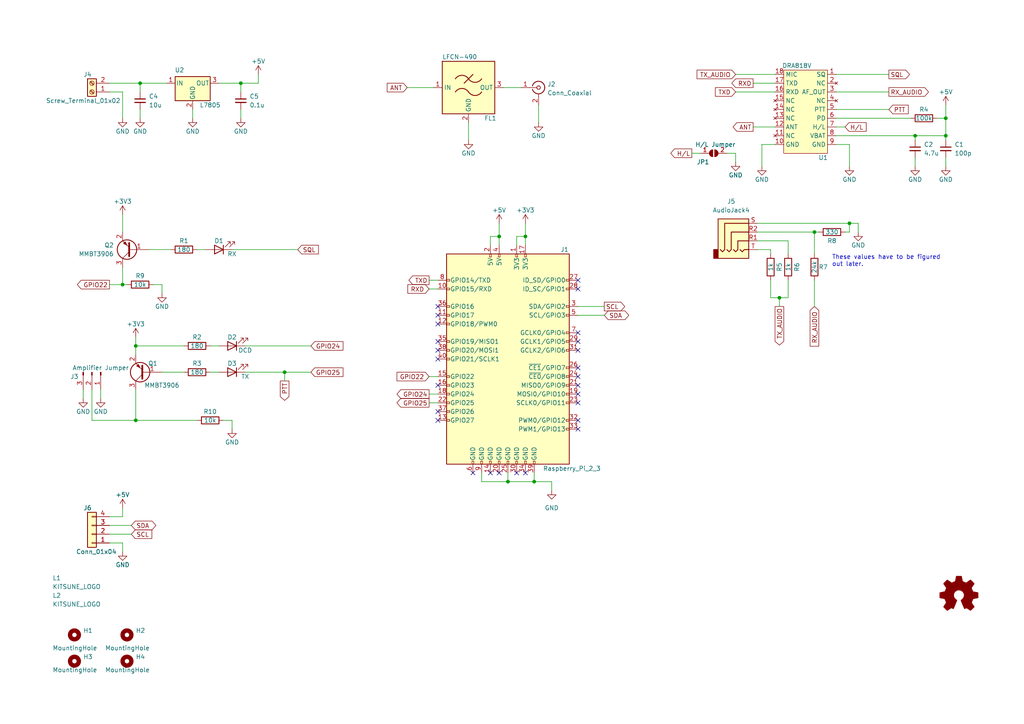
<source format=kicad_sch>
(kicad_sch (version 20211123) (generator eeschema)
  (paper "A4")
  (title_block (title "APRN-Pi") (date "${ISSUE}") (rev "${REVISION}") (company "Kitsune Scientific") (comment 4 "Release: ${FULL_REVISION}"))
  (lib_symbols
    (symbol "Connector:AudioJack4"
      (property "Reference" "J" (at 0 8.89 0))
      (property "Value" "AudioJack4" (at 0 6.35 0))
      (symbol "AudioJack4_0_1"
        (rectangle (start -6.35 -5.08) (end -7.62 -7.62) (stroke (width 0.254)) (fill (type outline)))
        (polyline (pts (xy 0 -5.08) (xy 0.635 -5.715) (xy 1.27 -5.08) (xy 2.54 -5.08)) (stroke (width 0.254)))
        (polyline (pts (xy -5.715 -5.08) (xy -5.08 -5.715) (xy -4.445 -5.08) (xy -4.445 2.54) (xy 2.54 2.54)) (stroke (width 0.254)))
        (polyline (pts (xy -1.905 -5.08) (xy -1.27 -5.715) (xy -0.635 -5.08) (xy -0.635 -2.54) (xy 2.54 -2.54)) (stroke (width 0.254)))
        (polyline (pts (xy 2.54 0) (xy -2.54 0) (xy -2.54 -5.08) (xy -3.175 -5.715) (xy -3.81 -5.08)) (stroke (width 0.254)))
        (rectangle (start 2.54 3.81) (end -6.35 -7.62) (stroke (width 0.254)) (fill (type background)))
      )
      (symbol "AudioJack4_1_1"
        (pin passive line (at 5.08 -2.54 180) (length 2.54) (name "~") (number "R1"))
        (pin passive line (at 5.08 0 180) (length 2.54) (name "~") (number "R2"))
        (pin passive line (at 5.08 2.54 180) (length 2.54) (name "~") (number "S"))
        (pin passive line (at 5.08 -5.08 180) (length 2.54) (name "~") (number "T"))
      )
    )
    (symbol "Connector:Conn_01x03_Male" (pin_names (offset 1.016) hide)
      (property "Reference" "J" (at 0 5.08 0))
      (property "Value" "Conn_01x03_Male" (at 0 -5.08 0))
      (symbol "Conn_01x03_Male_1_1"
        (polyline (pts (xy 1.27 -2.54) (xy 0.8636 -2.54)) (stroke (width 0.1524)))
        (polyline (pts (xy 1.27 0) (xy 0.8636 0)) (stroke (width 0.1524)))
        (polyline (pts (xy 1.27 2.54) (xy 0.8636 2.54)) (stroke (width 0.1524)))
        (rectangle (start 0.8636 -2.413) (end 0 -2.667) (stroke (width 0.1524)) (fill (type outline)))
        (rectangle (start 0.8636 0.127) (end 0 -0.127) (stroke (width 0.1524)) (fill (type outline)))
        (rectangle (start 0.8636 2.667) (end 0 2.413) (stroke (width 0.1524)) (fill (type outline)))
        (pin passive line (at 5.08 2.54 180) (length 3.81) (name "Pin_1") (number "1"))
        (pin passive line (at 5.08 0 180) (length 3.81) (name "Pin_2") (number "2"))
        (pin passive line (at 5.08 -2.54 180) (length 3.81) (name "Pin_3") (number "3"))
      )
    )
    (symbol "Connector:Conn_Coaxial" (pin_names (offset 1.016) hide)
      (property "Reference" "J" (at 0.254 3.048 0))
      (property "Value" "Conn_Coaxial" (at 2.921 0 90))
      (symbol "Conn_Coaxial_0_1"
        (arc (start -1.778 -0.508) (mid 0.222 -1.808) (end 1.778 0) (stroke (width 0.254)))
        (polyline (pts (xy -2.54 0) (xy -0.508 0)))
        (polyline (pts (xy 0 -2.54) (xy 0 -1.778)))
        (circle (center 0 0) (radius 0.508) (stroke (width 0.2032)))
        (arc (start 1.778 0) (mid 0.222 1.8083) (end -1.778 0.508) (stroke (width 0.254)))
      )
      (symbol "Conn_Coaxial_1_1"
        (pin passive line (at -5.08 0 0) (length 2.54) (name "In") (number "1"))
        (pin passive line (at 0 -5.08 90) (length 2.54) (name "Ext") (number "2"))
      )
    )
    (symbol "Connector:Raspberry_Pi_2_3" (pin_names (offset 1.016))
      (property "Reference" "J" (at -17.78 31.75 0))
      (property "Value" "Raspberry_Pi_2_3" (at 10.16 -31.75 0))
      (symbol "Raspberry_Pi_2_3_0_1"
        (rectangle (start -17.78 30.48) (end 17.78 -30.48) (stroke (width 0.254)) (fill (type background)))
      )
      (symbol "Raspberry_Pi_2_3_1_1"
        (rectangle (start -16.891 -17.526) (end -17.78 -18.034))
        (rectangle (start -16.891 -14.986) (end -17.78 -15.494))
        (rectangle (start -16.891 -12.446) (end -17.78 -12.954))
        (rectangle (start -16.891 -9.906) (end -17.78 -10.414))
        (rectangle (start -16.891 -7.366) (end -17.78 -7.874))
        (rectangle (start -16.891 -4.826) (end -17.78 -5.334))
        (rectangle (start -16.891 0.254) (end -17.78 -0.254))
        (rectangle (start -16.891 2.794) (end -17.78 2.286))
        (rectangle (start -16.891 5.334) (end -17.78 4.826))
        (rectangle (start -16.891 10.414) (end -17.78 9.906))
        (rectangle (start -16.891 12.954) (end -17.78 12.446))
        (rectangle (start -16.891 15.494) (end -17.78 14.986))
        (rectangle (start -16.891 20.574) (end -17.78 20.066))
        (rectangle (start -16.891 23.114) (end -17.78 22.606))
        (rectangle (start -10.414 -29.591) (end -9.906 -30.48))
        (rectangle (start -7.874 -29.591) (end -7.366 -30.48))
        (rectangle (start -5.334 -29.591) (end -4.826 -30.48))
        (rectangle (start -5.334 30.48) (end -4.826 29.591))
        (rectangle (start -2.794 -29.591) (end -2.286 -30.48))
        (rectangle (start -2.794 30.48) (end -2.286 29.591))
        (rectangle (start -0.254 -29.591) (end 0.254 -30.48))
        (rectangle (start 2.286 -29.591) (end 2.794 -30.48))
        (rectangle (start 2.286 30.48) (end 2.794 29.591))
        (rectangle (start 4.826 -29.591) (end 5.334 -30.48))
        (rectangle (start 4.826 30.48) (end 5.334 29.591))
        (rectangle (start 7.366 -29.591) (end 7.874 -30.48))
        (rectangle (start 17.78 -20.066) (end 16.891 -20.574))
        (rectangle (start 17.78 -17.526) (end 16.891 -18.034))
        (rectangle (start 17.78 -12.446) (end 16.891 -12.954))
        (rectangle (start 17.78 -9.906) (end 16.891 -10.414))
        (rectangle (start 17.78 -7.366) (end 16.891 -7.874))
        (rectangle (start 17.78 -4.826) (end 16.891 -5.334))
        (rectangle (start 17.78 -2.286) (end 16.891 -2.794))
        (rectangle (start 17.78 2.794) (end 16.891 2.286))
        (rectangle (start 17.78 5.334) (end 16.891 4.826))
        (rectangle (start 17.78 7.874) (end 16.891 7.366))
        (rectangle (start 17.78 12.954) (end 16.891 12.446))
        (rectangle (start 17.78 15.494) (end 16.891 14.986))
        (rectangle (start 17.78 20.574) (end 16.891 20.066))
        (rectangle (start 17.78 23.114) (end 16.891 22.606))
        (pin power_in line (at 2.54 33.02 270) (length 2.54) (name "3V3") (number "1"))
        (pin bidirectional line (at -20.32 20.32 0) (length 2.54) (name "GPIO15/RXD") (number "10"))
        (pin bidirectional line (at -20.32 12.7 0) (length 2.54) (name "GPIO17") (number "11"))
        (pin bidirectional line (at -20.32 10.16 0) (length 2.54) (name "GPIO18/PWM0") (number "12"))
        (pin bidirectional line (at -20.32 -17.78 0) (length 2.54) (name "GPIO27") (number "13"))
        (pin power_in line (at -5.08 -33.02 90) (length 2.54) (name "GND") (number "14"))
        (pin bidirectional line (at -20.32 -5.08 0) (length 2.54) (name "GPIO22") (number "15"))
        (pin bidirectional line (at -20.32 -7.62 0) (length 2.54) (name "GPIO23") (number "16"))
        (pin power_in line (at 5.08 33.02 270) (length 2.54) (name "3V3") (number "17"))
        (pin bidirectional line (at -20.32 -10.16 0) (length 2.54) (name "GPIO24") (number "18"))
        (pin bidirectional line (at 20.32 -10.16 180) (length 2.54) (name "MOSI0/GPIO10") (number "19"))
        (pin power_in line (at -5.08 33.02 270) (length 2.54) (name "5V") (number "2"))
        (pin power_in line (at -2.54 -33.02 90) (length 2.54) (name "GND") (number "20"))
        (pin bidirectional line (at 20.32 -7.62 180) (length 2.54) (name "MISO0/GPIO9") (number "21"))
        (pin bidirectional line (at -20.32 -12.7 0) (length 2.54) (name "GPIO25") (number "22"))
        (pin bidirectional line (at 20.32 -12.7 180) (length 2.54) (name "SCLK0/GPIO11") (number "23"))
        (pin bidirectional line (at 20.32 -5.08 180) (length 2.54) (name "~{CE0}/GPIO8") (number "24"))
        (pin power_in line (at 0 -33.02 90) (length 2.54) (name "GND") (number "25"))
        (pin bidirectional line (at 20.32 -2.54 180) (length 2.54) (name "~{CE1}/GPIO7") (number "26"))
        (pin bidirectional line (at 20.32 22.86 180) (length 2.54) (name "ID_SD/GPIO0") (number "27"))
        (pin bidirectional line (at 20.32 20.32 180) (length 2.54) (name "ID_SC/GPIO1") (number "28"))
        (pin bidirectional line (at 20.32 5.08 180) (length 2.54) (name "GCLK1/GPIO5") (number "29"))
        (pin bidirectional line (at 20.32 15.24 180) (length 2.54) (name "SDA/GPIO2") (number "3"))
        (pin power_in line (at 2.54 -33.02 90) (length 2.54) (name "GND") (number "30"))
        (pin bidirectional line (at 20.32 2.54 180) (length 2.54) (name "GCLK2/GPIO6") (number "31"))
        (pin bidirectional line (at 20.32 -17.78 180) (length 2.54) (name "PWM0/GPIO12") (number "32"))
        (pin bidirectional line (at 20.32 -20.32 180) (length 2.54) (name "PWM1/GPIO13") (number "33"))
        (pin power_in line (at 5.08 -33.02 90) (length 2.54) (name "GND") (number "34"))
        (pin bidirectional line (at -20.32 5.08 0) (length 2.54) (name "GPIO19/MISO1") (number "35"))
        (pin bidirectional line (at -20.32 15.24 0) (length 2.54) (name "GPIO16") (number "36"))
        (pin bidirectional line (at -20.32 -15.24 0) (length 2.54) (name "GPIO26") (number "37"))
        (pin bidirectional line (at -20.32 2.54 0) (length 2.54) (name "GPIO20/MOSI1") (number "38"))
        (pin power_in line (at 7.62 -33.02 90) (length 2.54) (name "GND") (number "39"))
        (pin power_in line (at -2.54 33.02 270) (length 2.54) (name "5V") (number "4"))
        (pin bidirectional line (at -20.32 0 0) (length 2.54) (name "GPIO21/SCLK1") (number "40"))
        (pin bidirectional line (at 20.32 12.7 180) (length 2.54) (name "SCL/GPIO3") (number "5"))
        (pin power_in line (at -10.16 -33.02 90) (length 2.54) (name "GND") (number "6"))
        (pin bidirectional line (at 20.32 7.62 180) (length 2.54) (name "GCLK0/GPIO4") (number "7"))
        (pin bidirectional line (at -20.32 22.86 0) (length 2.54) (name "GPIO14/TXD") (number "8"))
        (pin power_in line (at -7.62 -33.02 90) (length 2.54) (name "GND") (number "9"))
      )
    )
    (symbol "Connector:Screw_Terminal_01x02" (pin_names (offset 1.016) hide)
      (property "Reference" "J4" (at 0 -2.54 0))
      (property "Value" "Screw_Terminal_01x02" (at 0 5.08 0))
      (symbol "Screw_Terminal_01x02_1_1"
        (rectangle (start -1.27 1.27) (end 1.27 -3.81) (stroke (width 0.254)) (fill (type background)))
        (circle (center 0 -2.54) (radius 0.635) (stroke (width 0.1524)))
        (polyline (pts (xy -0.5334 -2.2098) (xy 0.3302 -3.048)) (stroke (width 0.1524)))
        (polyline (pts (xy -0.5334 0.3302) (xy 0.3302 -0.508)) (stroke (width 0.1524)))
        (polyline (pts (xy -0.3556 -2.032) (xy 0.508 -2.8702)) (stroke (width 0.1524)))
        (polyline (pts (xy -0.3556 0.508) (xy 0.508 -0.3302)) (stroke (width 0.1524)))
        (circle (center 0 0) (radius 0.635) (stroke (width 0.1524)))
        (pin power_in line (at -5.08 0 0) (length 3.81) (name "Pin_1") (number "1"))
        (pin passive line (at -5.08 -2.54 0) (length 3.81) (name "Pin_2") (number "2"))
      )
    )
    (symbol "Connector_Generic:Conn_01x04" (pin_names (offset 1.016) hide)
      (property "Reference" "J" (at 0 5.08 0))
      (property "Value" "Conn_01x04" (at 0 -7.62 0))
      (symbol "Conn_01x04_1_1"
        (rectangle (start -1.27 -4.953) (end 0 -5.207) (stroke (width 0.1524)))
        (rectangle (start -1.27 -2.413) (end 0 -2.667) (stroke (width 0.1524)))
        (rectangle (start -1.27 0.127) (end 0 -0.127) (stroke (width 0.1524)))
        (rectangle (start -1.27 2.667) (end 0 2.413) (stroke (width 0.1524)))
        (rectangle (start -1.27 3.81) (end 1.27 -6.35) (stroke (width 0.254)) (fill (type background)))
        (pin passive line (at -5.08 2.54 0) (length 3.81) (name "Pin_1") (number "1"))
        (pin passive line (at -5.08 0 0) (length 3.81) (name "Pin_2") (number "2"))
        (pin passive line (at -5.08 -2.54 0) (length 3.81) (name "Pin_3") (number "3"))
        (pin passive line (at -5.08 -5.08 0) (length 3.81) (name "Pin_4") (number "4"))
      )
    )
    (symbol "Device:C_Small" (pin_numbers hide) (pin_names (offset 0.254) hide)
      (property "Reference" "C" (at 0.254 1.778 0))
      (property "Value" "C_Small" (at 0.254 -2.032 0))
      (symbol "C_Small_0_1"
        (polyline (pts (xy -1.524 -0.508) (xy 1.524 -0.508)) (stroke (width 0.3302)))
        (polyline (pts (xy -1.524 0.508) (xy 1.524 0.508)) (stroke (width 0.3048)))
      )
      (symbol "C_Small_1_1"
        (pin passive line (at 0 2.54 270) (length 2.032) (name "~") (number "1"))
        (pin passive line (at 0 -2.54 90) (length 2.032) (name "~") (number "2"))
      )
    )
    (symbol "Device:LED" (pin_numbers hide) (pin_names (offset 1.016) hide)
      (property "Reference" "D" (at 0 2.54 0))
      (property "Value" "LED" (at 0 -2.54 0))
      (symbol "LED_0_1"
        (polyline (pts (xy -1.27 -1.27) (xy -1.27 1.27)) (stroke (width 0.254)))
        (polyline (pts (xy -1.27 0) (xy 1.27 0)))
        (polyline (pts (xy 1.27 -1.27) (xy 1.27 1.27) (xy -1.27 0) (xy 1.27 -1.27)) (stroke (width 0.254)))
        (polyline (pts (xy -3.048 -0.762) (xy -4.572 -2.286) (xy -3.81 -2.286) (xy -4.572 -2.286) (xy -4.572 -1.524)))
        (polyline (pts (xy -1.778 -0.762) (xy -3.302 -2.286) (xy -2.54 -2.286) (xy -3.302 -2.286) (xy -3.302 -1.524)))
      )
      (symbol "LED_1_1"
        (pin passive line (at -3.81 0 0) (length 2.54) (name "K") (number "1"))
        (pin passive line (at 3.81 0 180) (length 2.54) (name "A") (number "2"))
      )
    )
    (symbol "Device:R" (pin_numbers hide) (pin_names (offset 0))
      (property "Reference" "R" (at 2.032 0 90))
      (property "Value" "R" (at 0 0 90))
      (symbol "R_0_1"
        (rectangle (start -1.016 -2.54) (end 1.016 2.54) (stroke (width 0.254)))
      )
      (symbol "R_1_1"
        (pin passive line (at 0 3.81 270) (length 1.27) (name "~") (number "1"))
        (pin passive line (at 0 -3.81 90) (length 1.27) (name "~") (number "2"))
      )
    )
    (symbol "Graphic:Logo_Open_Hardware_Small" (pin_names (offset 1.016))
      (symbol "Logo_Open_Hardware_Small_0_1"
        (polyline (pts (xy 3.3528 -4.3434) (xy 3.302 -4.318) (xy 3.175 -4.2418) (xy 2.9972 -4.1148) (xy 2.7686 -3.9624) (xy 2.54 -3.81) (xy 2.3622 -3.7084) (xy 2.2352 -3.6068) (xy 2.1844 -3.5814) (xy 2.159 -3.6068) (xy 2.0574 -3.6576) (xy 1.905 -3.7338) (xy 1.8034 -3.7846) (xy 1.6764 -3.8354) (xy 1.6002 -3.8354) (xy 1.6002 -3.8354) (xy 1.5494 -3.7338) (xy 1.4732 -3.5306) (xy 1.3462 -3.302) (xy 1.2446 -3.0226) (xy 1.1176 -2.7178) (xy 0.9652 -2.413) (xy 0.8636 -2.1082) (xy 0.7366 -1.8288) (xy 0.6604 -1.6256) (xy 0.6096 -1.4732) (xy 0.5842 -1.397) (xy 0.5842 -1.397) (xy 0.6604 -1.3208) (xy 0.7874 -1.2446) (xy 1.0414 -1.016) (xy 1.2954 -0.6858) (xy 1.4478 -0.3302) (xy 1.524 0.0762) (xy 1.4732 0.4572) (xy 1.3208 0.8128) (xy 1.0668 1.143) (xy 0.762 1.3716) (xy 0.4064 1.524) (xy 0 1.5748) (xy -0.381 1.5494) (xy -0.7366 1.397) (xy -1.0668 1.143) (xy -1.2192 0.9906) (xy -1.397 0.6604) (xy -1.524 0.3048) (xy -1.524 0.2286) (xy -1.4986 -0.1778) (xy -1.397 -0.5334) (xy -1.1938 -0.8636) (xy -0.9144 -1.143) (xy -0.8636 -1.1684) (xy -0.7366 -1.27) (xy -0.635 -1.3462) (xy -0.5842 -1.397) (xy -1.0668 -2.5908) (xy -1.143 -2.794) (xy -1.2954 -3.1242) (xy -1.397 -3.4036) (xy -1.4986 -3.6322) (xy -1.5748 -3.7846) (xy -1.6002 -3.8354) (xy -1.6002 -3.8354) (xy -1.651 -3.8354) (xy -1.7272 -3.81) (xy -1.905 -3.7338) (xy -2.0066 -3.683) (xy -2.1336 -3.6068) (xy -2.2098 -3.5814) (xy -2.2606 -3.6068) (xy -2.3622 -3.683) (xy -2.54 -3.81) (xy -2.7686 -3.9624) (xy -2.9718 -4.0894) (xy -3.1496 -4.2164) (xy -3.302 -4.318) (xy -3.3528 -4.3434) (xy -3.3782 -4.3434) (xy -3.429 -4.318) (xy -3.5306 -4.2164) (xy -3.7084 -4.064) (xy -3.937 -3.8354) (xy -3.9624 -3.81) (xy -4.1656 -3.6068) (xy -4.318 -3.4544) (xy -4.4196 -3.3274) (xy -4.445 -3.2766) (xy -4.445 -3.2766) (xy -4.4196 -3.2258) (xy -4.318 -3.0734) (xy -4.2164 -2.8956) (xy -4.064 -2.667) (xy -3.6576 -2.0828) (xy -3.8862 -1.5494) (xy -3.937 -1.3716) (xy -4.0386 -1.1684) (xy -4.0894 -1.0414) (xy -4.1148 -0.9652) (xy -4.191 -0.9398) (xy -4.318 -0.9144) (xy -4.5466 -0.8636) (xy -4.8006 -0.8128) (xy -5.0546 -0.7874) (xy -5.2578 -0.7366) (xy -5.4356 -0.7112) (xy -5.5118 -0.6858) (xy -5.5118 -0.6858) (xy -5.5372 -0.635) (xy -5.5372 -0.5588) (xy -5.5372 -0.4318) (xy -5.5626 -0.2286) (xy -5.5626 0.0762) (xy -5.5626 0.127) (xy -5.5372 0.4064) (xy -5.5372 0.635) (xy -5.5372 0.762) (xy -5.5372 0.8382) (xy -5.5372 0.8382) (xy -5.461 0.8382) (xy -5.3086 0.889) (xy -5.08 0.9144) (xy -4.826 0.9652) (xy -4.8006 0.9906) (xy -4.5466 1.0414) (xy -4.318 1.0668) (xy -4.1656 1.1176) (xy -4.0894 1.143) (xy -4.0894 1.143) (xy -4.0386 1.2446) (xy -3.9624 1.4224) (xy -3.8608 1.6256) (xy -3.7846 1.8288) (xy -3.7084 2.0066) (xy -3.6576 2.159) (xy -3.6322 2.2098) (xy -3.6322 2.2098) (xy -3.683 2.286) (xy -3.7592 2.413) (xy -3.8862 2.5908) (xy -4.064 2.8194) (xy -4.064 2.8448) (xy -4.2164 3.0734) (xy -4.3434 3.2512) (xy -4.4196 3.3782) (xy -4.445 3.4544) (xy -4.445 3.4544) (xy -4.3942 3.5052) (xy -4.2926 3.6322) (xy -4.1148 3.81) (xy -3.937 4.0132) (xy -3.8608 4.064) (xy -3.6576 4.2926) (xy -3.5052 4.4196) (xy -3.4036 4.4958) (xy -3.3528 4.5212) (xy -3.3528 4.5212) (xy -3.302 4.4704) (xy -3.1496 4.3688) (xy -2.9718 4.2418) (xy -2.7432 4.0894) (xy -2.7178 4.0894) (xy -2.4892 3.937) (xy -2.3114 3.81) (xy -2.1844 3.7084) (xy -2.1336 3.683) (xy -2.1082 3.683) (xy -2.032 3.7084) (xy -1.8542 3.7592) (xy -1.6764 3.8354) (xy -1.4732 3.937) (xy -1.27 4.0132) (xy -1.143 4.064) (xy -1.0668 4.1148) (xy -1.0668 4.1148) (xy -1.0414 4.191) (xy -1.016 4.3434) (xy -0.9652 4.572) (xy -0.9144 4.8514) (xy -0.889 4.9022) (xy -0.8382 5.1562) (xy -0.8128 5.3848) (xy -0.7874 5.5372) (xy -0.762 5.588) (xy -0.7112 5.6134) (xy -0.5842 5.6134) (xy -0.4064 5.6134) (xy -0.1524 5.6134) (xy 0.0762 5.6134) (xy 0.3302 5.6134) (xy 0.5334 5.6134) (xy 0.6858 5.588) (xy 0.7366 5.588) (xy 0.7366 5.588) (xy 0.762 5.5118) (xy 0.8128 5.334) (xy 0.8382 5.1054) (xy 0.9144 4.826) (xy 0.9144 4.7752) (xy 0.9652 4.5212) (xy 1.016 4.2926) (xy 1.0414 4.1402) (xy 1.0668 4.0894) (xy 1.0668 4.0894) (xy 1.1938 4.0386) (xy 1.3716 3.9624) (xy 1.5748 3.8608) (xy 2.0828 3.6576) (xy 2.7178 4.0894) (xy 2.7686 4.1402) (xy 2.9972 4.2926) (xy 3.175 4.4196) (xy 3.302 4.4958) (xy 3.3782 4.5212) (xy 3.3782 4.5212) (xy 3.429 4.4704) (xy 3.556 4.3434) (xy 3.7338 4.191) (xy 3.9116 3.9878) (xy 4.064 3.8354) (xy 4.2418 3.6576) (xy 4.3434 3.556) (xy 4.4196 3.4798) (xy 4.4196 3.429) (xy 4.4196 3.4036) (xy 4.3942 3.3274) (xy 4.2926 3.2004) (xy 4.1656 2.9972) (xy 4.0132 2.794) (xy 3.8862 2.5908) (xy 3.7592 2.3876) (xy 3.6576 2.2352) (xy 3.6322 2.159) (xy 3.6322 2.1336) (xy 3.683 2.0066) (xy 3.7592 1.8288) (xy 3.8608 1.6002) (xy 4.064 1.1176) (xy 4.3942 1.0414) (xy 4.5974 1.016) (xy 4.8768 0.9652) (xy 5.1308 0.9144) (xy 5.5372 0.8382) (xy 5.5626 -0.6604) (xy 5.4864 -0.6858) (xy 5.4356 -0.6858) (xy 5.2832 -0.7366) (xy 5.0546 -0.762) (xy 4.8006 -0.8128) (xy 4.5974 -0.8636) (xy 4.3688 -0.9144) (xy 4.2164 -0.9398) (xy 4.1402 -0.9398) (xy 4.1148 -0.9652) (xy 4.064 -1.0668) (xy 3.9878 -1.2446) (xy 3.9116 -1.4478) (xy 3.81 -1.651) (xy 3.7338 -1.8542) (xy 3.683 -2.0066) (xy 3.6576 -2.0828) (xy 3.683 -2.1336) (xy 3.7846 -2.2606) (xy 3.8862 -2.4638) (xy 4.0386 -2.667) (xy 4.191 -2.8956) (xy 4.318 -3.0734) (xy 4.3942 -3.2004) (xy 4.445 -3.2766) (xy 4.4196 -3.3274) (xy 4.3434 -3.429) (xy 4.1656 -3.5814) (xy 3.937 -3.8354) (xy 3.8862 -3.8608) (xy 3.683 -4.064) (xy 3.5306 -4.2164) (xy 3.4036 -4.318) (xy 3.3528 -4.3434)) (fill (type outline)))
      )
    )
    (symbol "Jumper:SolderJumper_2_Open" (pin_names (offset 0) hide)
      (property "Reference" "JP" (at 0 2.032 0))
      (property "Value" "SolderJumper_2_Open" (at 0 -2.54 0))
      (symbol "SolderJumper_2_Open_0_1"
        (arc (start -0.254 1.016) (mid -1.27 0) (end -0.254 -1.016))
        (arc (start -0.254 1.016) (mid -1.27 0) (end -0.254 -1.016) (fill (type outline)))
        (polyline (pts (xy -0.254 1.016) (xy -0.254 -1.016)))
        (polyline (pts (xy 0.254 1.016) (xy 0.254 -1.016)))
        (arc (start 0.254 -1.016) (mid 1.27 0) (end 0.254 1.016))
        (arc (start 0.254 -1.016) (mid 1.27 0) (end 0.254 1.016) (fill (type outline)))
      )
      (symbol "SolderJumper_2_Open_1_1"
        (pin passive line (at -3.81 0 0) (length 2.54) (name "A") (number "1"))
        (pin passive line (at 3.81 0 180) (length 2.54) (name "B") (number "2"))
      )
    )
    (symbol "KenwoodFox:DRA818V"
      (property "Reference" "U" (at -5.08 8.89 0))
      (property "Value" "DRA818V" (at 2.54 -17.78 0))
      (symbol "DRA818V_0_1"
        (rectangle (start -6.35 7.62) (end 6.35 -16.51) (fill (type background)))
      )
      (symbol "DRA818V_1_1"
        (pin output line (at 8.89 6.35 180) (length 2.54) (name "SQ") (number "1"))
        (pin power_in line (at -8.89 -13.97 0) (length 2.54) (name "GND") (number "10"))
        (pin no_connect line (at -8.89 -11.43 0) (length 2.54) (name "NC") (number "11"))
        (pin output line (at -8.89 -8.89 0) (length 2.54) (name "ANT") (number "12"))
        (pin no_connect line (at -8.89 -6.35 0) (length 2.54) (name "NC") (number "13"))
        (pin no_connect line (at -8.89 -3.81 0) (length 2.54) (name "NC") (number "14"))
        (pin no_connect line (at -8.89 -1.27 0) (length 2.54) (name "NC") (number "15"))
        (pin input line (at -8.89 1.27 0) (length 2.54) (name "RXD") (number "16"))
        (pin output line (at -8.89 3.81 0) (length 2.54) (name "TXD") (number "17"))
        (pin input line (at -8.89 6.35 0) (length 2.54) (name "MIC") (number "18"))
        (pin no_connect line (at 8.89 3.81 180) (length 2.54) (name "NC") (number "2"))
        (pin output line (at 8.89 1.27 180) (length 2.54) (name "AF_OUT") (number "3"))
        (pin no_connect line (at 8.89 -1.27 180) (length 2.54) (name "NC") (number "4"))
        (pin input line (at 8.89 -3.81 180) (length 2.54) (name "PTT") (number "5"))
        (pin input line (at 8.89 -6.35 180) (length 2.54) (name "PD") (number "6"))
        (pin input line (at 8.89 -8.89 180) (length 2.54) (name "H/L") (number "7"))
        (pin power_in line (at 8.89 -11.43 180) (length 2.54) (name "VBAT") (number "8"))
        (pin power_in line (at 8.89 -13.97 180) (length 2.54) (name "GND") (number "9"))
      )
    )
    (symbol "KenwoodFox:KITSUNE_LOGO"
      (property "Reference" "L" (at 0 -1.27 0))
      (property "Value" "KITSUNE_LOGO" (at 0 1.905 0))
    )
    (symbol "Mechanical:MountingHole" (pin_names (offset 1.016))
      (property "Reference" "H" (at 0 5.08 0))
      (property "Value" "MountingHole" (at 0 3.175 0))
      (symbol "MountingHole_0_1"
        (circle (center 0 0) (radius 1.27) (stroke (width 1.27)))
      )
    )
    (symbol "RF_Filter:LFCN-490"
      (property "Reference" "FL" (at 0 10.795 0))
      (property "Value" "LFCN-490" (at 0 8.89 0))
      (symbol "LFCN-490_0_1"
        (rectangle (start -7.62 7.62) (end 7.62 -7.62) (stroke (width 0.254)) (fill (type background)))
        (arc (start 0 -1.27) (mid -1.905 -0.2505) (end -3.81 -1.27) (stroke (width 0.254)))
        (arc (start 0 -1.27) (mid 1.905 -2.2895) (end 3.81 -1.27) (stroke (width 0.254)))
        (polyline (pts (xy -1.27 1.27) (xy 1.27 3.81)) (stroke (width 0.254)))
        (arc (start 0 2.54) (mid -1.905 3.5595) (end -3.81 2.54) (stroke (width 0.254)))
        (arc (start 0 2.54) (mid 1.905 1.5205) (end 3.81 2.54) (stroke (width 0.254)))
      )
      (symbol "LFCN-490_1_1"
        (pin passive line (at -10.16 0 0) (length 2.54) (name "IN") (number "1"))
        (pin passive line (at 0 -10.16 90) (length 2.54) (name "GND") (number "2"))
        (pin passive line (at 10.16 0 180) (length 2.54) (name "OUT") (number "3"))
        (pin passive line (at 0 -10.16 90) (length 2.54) hide (name "GND") (number "4"))
      )
    )
    (symbol "Regulator_Linear:L7805" (pin_names (offset 0.254))
      (property "Reference" "U" (at -3.81 3.175 0))
      (property "Value" "L7805" (at 0 3.175 0))
      (symbol "L7805_0_1"
        (rectangle (start -5.08 1.905) (end 5.08 -5.08) (stroke (width 0.254)) (fill (type background)))
      )
      (symbol "L7805_1_1"
        (pin power_in line (at -7.62 0 0) (length 2.54) (name "IN") (number "1"))
        (pin power_in line (at 0 -7.62 90) (length 2.54) (name "GND") (number "2"))
        (pin power_out line (at 7.62 0 180) (length 2.54) (name "OUT") (number "3"))
      )
    )
    (symbol "Transistor_BJT:MMBT3906" (pin_names (offset 0) hide)
      (property "Reference" "Q" (at 5.08 1.905 0))
      (property "Value" "MMBT3906" (at 5.08 0 0))
      (symbol "MMBT3906_0_1"
        (polyline (pts (xy 0.635 0.635) (xy 2.54 2.54)))
        (polyline (pts (xy 0.635 -0.635) (xy 2.54 -2.54) (xy 2.54 -2.54)))
        (polyline (pts (xy 0.635 1.905) (xy 0.635 -1.905) (xy 0.635 -1.905)) (stroke (width 0.508)))
        (polyline (pts (xy 2.286 -1.778) (xy 1.778 -2.286) (xy 1.27 -1.27) (xy 2.286 -1.778) (xy 2.286 -1.778)) (fill (type outline)))
        (circle (center 1.27 0) (radius 2.8194) (stroke (width 0.254)))
      )
      (symbol "MMBT3906_1_1"
        (pin input line (at -5.08 0 0) (length 5.715) (name "B") (number "1"))
        (pin passive line (at 2.54 -5.08 90) (length 2.54) (name "E") (number "2"))
        (pin passive line (at 2.54 5.08 270) (length 2.54) (name "C") (number "3"))
      )
    )
    (symbol "power:+3.3V" (power) (pin_names (offset 0))
      (property "Value" "+3.3V" (at 0 3.556 0))
      (symbol "+3.3V_0_1"
        (polyline (pts (xy -0.762 1.27) (xy 0 2.54)))
        (polyline (pts (xy 0 0) (xy 0 2.54)))
        (polyline (pts (xy 0 2.54) (xy 0.762 1.27)))
      )
      (symbol "+3.3V_1_1"
        (pin power_in line (at 0 0 90) (length 0) hide (name "+3V3") (number "1"))
      )
    )
    (symbol "power:+5V" (power) (pin_names (offset 0))
      (property "Value" "+5V" (at 0 3.556 0))
      (symbol "+5V_0_1"
        (polyline (pts (xy -0.762 1.27) (xy 0 2.54)))
        (polyline (pts (xy 0 0) (xy 0 2.54)))
        (polyline (pts (xy 0 2.54) (xy 0.762 1.27)))
      )
      (symbol "+5V_1_1"
        (pin power_in line (at 0 0 90) (length 0) hide (name "+5V") (number "1"))
      )
    )
    (symbol "power:GND" (power) (pin_names (offset 0))
      (property "Value" "GND" (at 0 -3.81 0))
      (symbol "GND_0_1"
        (polyline (pts (xy 0 0) (xy 0 -1.27) (xy 1.27 -1.27) (xy 0 -2.54) (xy -1.27 -1.27) (xy 0 -1.27)))
      )
      (symbol "GND_1_1"
        (pin power_in line (at 0 0 270) (length 0) hide (name "GND") (number "1"))
      )
    )
  )
  (junction (at 154.94 139.7))
  (junction (at 144.78 68.58))
  (junction (at 69.85 24.13))
  (junction (at 39.37 100.33))
  (junction (at 274.32 34.29))
  (junction (at 274.32 39.37))
  (junction (at 35.56 82.55))
  (junction (at 82.55 107.95))
  (junction (at 226.06 86.36))
  (junction (at 152.4 68.58))
  (junction (at 246.38 64.77))
  (junction (at 265.43 39.37))
  (junction (at 147.32 139.7))
  (junction (at 40.64 24.13))
  (junction (at 39.37 121.92))
  (junction (at 236.22 67.31))
  (no_connect (at 127 111.76))
  (no_connect (at 127 101.6))
  (no_connect (at 137.16 137.16))
  (no_connect (at 149.86 137.16))
  (no_connect (at 152.4 137.16))
  (no_connect (at 142.24 137.16))
  (no_connect (at 144.78 137.16))
  (no_connect (at 127 91.44))
  (no_connect (at 127 88.9))
  (no_connect (at 127 104.14))
  (no_connect (at 127 119.38))
  (no_connect (at 167.64 121.92))
  (no_connect (at 167.64 116.84))
  (no_connect (at 167.64 114.3))
  (no_connect (at 167.64 111.76))
  (no_connect (at 167.64 81.28))
  (no_connect (at 167.64 83.82))
  (no_connect (at 167.64 124.46))
  (no_connect (at 167.64 109.22))
  (no_connect (at 167.64 106.68))
  (no_connect (at 167.64 101.6))
  (no_connect (at 167.64 99.06))
  (no_connect (at 167.64 96.52))
  (no_connect (at 127 121.92))
  (no_connect (at 127 99.06))
  (no_connect (at 127 93.98))
  (wire (pts (xy 274.32 39.37) (xy 265.43 39.37)))
  (wire (pts (xy 246.38 64.77) (xy 248.92 64.77)))
  (wire (pts (xy 40.64 24.13) (xy 48.26 24.13)))
  (wire (pts (xy 35.56 26.67) (xy 35.56 34.29)))
  (wire (pts (xy 43.18 72.39) (xy 49.53 72.39)))
  (wire (pts (xy 124.46 83.82) (xy 127 83.82)))
  (wire (pts (xy 242.57 36.83) (xy 245.11 36.83)))
  (wire (pts (xy 39.37 113.03) (xy 39.37 121.92)))
  (wire (pts (xy 213.36 21.59) (xy 224.79 21.59)))
  (wire (pts (xy 242.57 31.75) (xy 257.81 31.75)))
  (wire (pts (xy 29.21 113.03) (xy 29.21 115.57)))
  (wire (pts (xy 24.13 113.03) (xy 24.13 115.57)))
  (wire (pts (xy 74.93 24.13) (xy 74.93 21.59)))
  (wire (pts (xy 274.32 45.72) (xy 274.32 48.26)))
  (wire (pts (xy 35.56 77.47) (xy 35.56 82.55)))
  (wire (pts (xy 82.55 107.95) (xy 90.17 107.95)))
  (wire (pts (xy 31.75 152.4) (xy 38.1 152.4)))
  (wire (pts (xy 31.75 149.86) (xy 35.56 149.86)))
  (wire (pts (xy 39.37 97.79) (xy 39.37 100.33)))
  (wire (pts (xy 220.98 41.91) (xy 220.98 48.26)))
  (wire (pts (xy 142.24 68.58) (xy 142.24 71.12)))
  (wire (pts (xy 213.36 44.45) (xy 213.36 46.99)))
  (wire (pts (xy 154.94 139.7) (xy 160.02 139.7)))
  (wire (pts (xy 124.46 116.84) (xy 127 116.84)))
  (wire (pts (xy 210.82 44.45) (xy 213.36 44.45)))
  (wire (pts (xy 242.57 39.37) (xy 265.43 39.37)))
  (wire (pts (xy 144.78 68.58) (xy 144.78 71.12)))
  (wire (pts (xy 67.31 72.39) (xy 86.36 72.39)))
  (wire (pts (xy 246.38 67.31) (xy 245.11 67.31)))
  (wire (pts (xy 144.78 68.58) (xy 142.24 68.58)))
  (wire (pts (xy 242.57 26.67) (xy 257.81 26.67)))
  (wire (pts (xy 274.32 34.29) (xy 274.32 39.37)))
  (wire (pts (xy 46.99 82.55) (xy 46.99 85.09)))
  (wire (pts (xy 44.45 82.55) (xy 46.99 82.55)))
  (wire (pts (xy 271.78 34.29) (xy 274.32 34.29)))
  (wire (pts (xy 223.52 72.39) (xy 223.52 73.66)))
  (wire (pts (xy 152.4 68.58) (xy 152.4 71.12)))
  (wire (pts (xy 35.56 157.48) (xy 35.56 160.02)))
  (wire (pts (xy 236.22 73.66) (xy 236.22 67.31)))
  (wire (pts (xy 124.46 109.22) (xy 127 109.22)))
  (wire (pts (xy 218.44 24.13) (xy 224.79 24.13)))
  (wire (pts (xy 60.96 107.95) (xy 63.5 107.95)))
  (wire (pts (xy 274.32 30.48) (xy 274.32 34.29)))
  (wire (pts (xy 40.64 31.75) (xy 40.64 34.29)))
  (wire (pts (xy 147.32 137.16) (xy 147.32 139.7)))
  (wire (pts (xy 152.4 64.77) (xy 152.4 68.58)))
  (wire (pts (xy 213.36 26.67) (xy 224.79 26.67)))
  (wire (pts (xy 135.89 35.56) (xy 135.89 40.64)))
  (wire (pts (xy 149.86 68.58) (xy 152.4 68.58)))
  (wire (pts (xy 274.32 39.37) (xy 274.32 40.64)))
  (wire (pts (xy 39.37 100.33) (xy 39.37 102.87)))
  (wire (pts (xy 31.75 26.67) (xy 35.56 26.67)))
  (wire (pts (xy 156.21 30.48) (xy 156.21 35.56)))
  (wire (pts (xy 223.52 86.36) (xy 226.06 86.36)))
  (wire (pts (xy 35.56 82.55) (xy 31.75 82.55)))
  (wire (pts (xy 236.22 67.31) (xy 237.49 67.31)))
  (wire (pts (xy 149.86 71.12) (xy 149.86 68.58)))
  (wire (pts (xy 124.46 114.3) (xy 127 114.3)))
  (wire (pts (xy 154.94 137.16) (xy 154.94 139.7)))
  (wire (pts (xy 46.99 107.95) (xy 53.34 107.95)))
  (wire (pts (xy 147.32 139.7) (xy 154.94 139.7)))
  (wire (pts (xy 248.92 64.77) (xy 248.92 67.31)))
  (wire (pts (xy 219.71 64.77) (xy 246.38 64.77)))
  (wire (pts (xy 67.31 121.92) (xy 67.31 124.46)))
  (wire (pts (xy 167.64 88.9) (xy 175.26 88.9)))
  (wire (pts (xy 242.57 34.29) (xy 264.16 34.29)))
  (wire (pts (xy 236.22 81.28) (xy 236.22 88.9)))
  (wire (pts (xy 144.78 64.77) (xy 144.78 68.58)))
  (wire (pts (xy 69.85 31.75) (xy 69.85 34.29)))
  (wire (pts (xy 160.02 139.7) (xy 160.02 142.24)))
  (wire (pts (xy 228.6 86.36) (xy 226.06 86.36)))
  (wire (pts (xy 35.56 82.55) (xy 36.83 82.55)))
  (wire (pts (xy 39.37 100.33) (xy 53.34 100.33)))
  (wire (pts (xy 228.6 81.28) (xy 228.6 86.36)))
  (wire (pts (xy 69.85 24.13) (xy 74.93 24.13)))
  (wire (pts (xy 39.37 121.92) (xy 26.67 121.92)))
  (wire (pts (xy 71.12 100.33) (xy 90.17 100.33)))
  (wire (pts (xy 64.77 121.92) (xy 67.31 121.92)))
  (wire (pts (xy 139.7 139.7) (xy 147.32 139.7)))
  (wire (pts (xy 31.75 154.94) (xy 38.1 154.94)))
  (wire (pts (xy 26.67 121.92) (xy 26.67 113.03)))
  (wire (pts (xy 167.64 91.44) (xy 175.26 91.44)))
  (wire (pts (xy 236.22 67.31) (xy 219.71 67.31)))
  (wire (pts (xy 224.79 41.91) (xy 220.98 41.91)))
  (wire (pts (xy 31.75 157.48) (xy 35.56 157.48)))
  (wire (pts (xy 118.11 25.4) (xy 125.73 25.4)))
  (wire (pts (xy 71.12 107.95) (xy 82.55 107.95)))
  (wire (pts (xy 146.05 25.4) (xy 151.13 25.4)))
  (wire (pts (xy 228.6 69.85) (xy 228.6 73.66)))
  (wire (pts (xy 63.5 24.13) (xy 69.85 24.13)))
  (wire (pts (xy 219.71 69.85) (xy 228.6 69.85)))
  (wire (pts (xy 57.15 72.39) (xy 59.69 72.39)))
  (wire (pts (xy 35.56 149.86) (xy 35.56 147.32)))
  (wire (pts (xy 60.96 100.33) (xy 63.5 100.33)))
  (wire (pts (xy 69.85 24.13) (xy 69.85 26.67)))
  (wire (pts (xy 39.37 121.92) (xy 57.15 121.92)))
  (wire (pts (xy 226.06 86.36) (xy 226.06 88.9)))
  (wire (pts (xy 55.88 31.75) (xy 55.88 34.29)))
  (wire (pts (xy 124.46 81.28) (xy 127 81.28)))
  (wire (pts (xy 35.56 62.23) (xy 35.56 67.31)))
  (wire (pts (xy 265.43 39.37) (xy 265.43 40.64)))
  (wire (pts (xy 82.55 107.95) (xy 82.55 110.49)))
  (wire (pts (xy 265.43 45.72) (xy 265.43 48.26)))
  (wire (pts (xy 246.38 41.91) (xy 246.38 48.26)))
  (wire (pts (xy 242.57 21.59) (xy 257.81 21.59)))
  (wire (pts (xy 31.75 24.13) (xy 40.64 24.13)))
  (wire (pts (xy 223.52 81.28) (xy 223.52 86.36)))
  (wire (pts (xy 246.38 64.77) (xy 246.38 67.31)))
  (wire (pts (xy 200.66 44.45) (xy 203.2 44.45)))
  (wire (pts (xy 218.44 36.83) (xy 224.79 36.83)))
  (wire (pts (xy 242.57 41.91) (xy 246.38 41.91)))
  (wire (pts (xy 219.71 72.39) (xy 223.52 72.39)))
  (wire (pts (xy 40.64 24.13) (xy 40.64 26.67)))
  (wire (pts (xy 139.7 137.16) (xy 139.7 139.7)))
  (text "These values have to be figured\nout later." (at 241.3 77.47 0) (effects (font (size 1.27 1.27)) (justify left bottom)))
  (global_label "TX_AUDIO" (shape output) (at 226.06 88.9 270) (property "Intersheet References" "${INTERSHEET_REFS}" (effects hide)))
  (global_label "GPIO24" (shape output) (at 124.46 114.3 180) (property "Intersheet References" "${INTERSHEET_REFS}" (effects hide)))
  (global_label "TX_AUDIO" (shape input) (at 213.36 21.59 180) (property "Intersheet References" "${INTERSHEET_REFS}" (effects hide)))
  (global_label "SQL" (shape output) (at 257.81 21.59 0) (property "Intersheet References" "${INTERSHEET_REFS}" (effects hide)))
  (global_label "GPIO25" (shape output) (at 124.46 116.84 180) (property "Intersheet References" "${INTERSHEET_REFS}" (effects hide)))
  (global_label "RXD" (shape output) (at 218.44 24.13 180) (property "Intersheet References" "${INTERSHEET_REFS}" (effects hide)))
  (global_label "TXD" (shape input) (at 213.36 26.67 180) (property "Intersheet References" "${INTERSHEET_REFS}" (effects hide)))
  (global_label "TXD" (shape output) (at 124.46 81.28 180) (property "Intersheet References" "${INTERSHEET_REFS}" (effects hide)))
  (global_label "PTT" (shape output) (at 82.55 110.49 270) (property "Intersheet References" "${INTERSHEET_REFS}" (effects hide)))
  (global_label "RX_AUDIO" (shape input) (at 236.22 88.9 270) (property "Intersheet References" "${INTERSHEET_REFS}" (effects hide)))
  (global_label "ANT" (shape input) (at 118.11 25.4 180) (property "Intersheet References" "${INTERSHEET_REFS}" (effects hide)))
  (global_label "SDA" (shape bidirectional) (at 38.1 152.4 0) (property "Intersheet References" "${INTERSHEET_REFS}" (effects hide)))
  (global_label "SQL" (shape input) (at 86.36 72.39 0) (property "Intersheet References" "${INTERSHEET_REFS}" (effects hide)))
  (global_label "GPIO22" (shape input) (at 124.46 109.22 180) (property "Intersheet References" "${INTERSHEET_REFS}" (effects hide)))
  (global_label "SCL" (shape input) (at 38.1 154.94 0) (property "Intersheet References" "${INTERSHEET_REFS}" (effects hide)))
  (global_label "H{slash}L" (shape input) (at 245.11 36.83 0) (property "Intersheet References" "${INTERSHEET_REFS}" (effects hide)))
  (global_label "PTT" (shape input) (at 257.81 31.75 0) (property "Intersheet References" "${INTERSHEET_REFS}" (effects hide)))
  (global_label "ANT" (shape output) (at 218.44 36.83 180) (property "Intersheet References" "${INTERSHEET_REFS}" (effects hide)))
  (global_label "H{slash}L" (shape output) (at 200.66 44.45 180) (property "Intersheet References" "${INTERSHEET_REFS}" (effects hide)))
  (global_label "GPIO22" (shape output) (at 31.75 82.55 180) (property "Intersheet References" "${INTERSHEET_REFS}" (effects hide)))
  (global_label "GPIO24" (shape input) (at 90.17 100.33 0) (property "Intersheet References" "${INTERSHEET_REFS}" (effects hide)))
  (global_label "SCL" (shape output) (at 175.26 88.9 0) (property "Intersheet References" "${INTERSHEET_REFS}" (effects hide)))
  (global_label "GPIO25" (shape input) (at 90.17 107.95 0) (property "Intersheet References" "${INTERSHEET_REFS}" (effects hide)))
  (global_label "SDA" (shape bidirectional) (at 175.26 91.44 0) (property "Intersheet References" "${INTERSHEET_REFS}" (effects hide)))
  (global_label "RX_AUDIO" (shape output) (at 257.81 26.67 0) (property "Intersheet References" "${INTERSHEET_REFS}" (effects hide)))
  (global_label "RXD" (shape input) (at 124.46 83.82 180) (property "Intersheet References" "${INTERSHEET_REFS}" (effects hide)))
  (symbol (lib_id "power:+5V") (at 35.56 147.32 0) (unit 1)
    (property "Reference" "#PWR0120" (effects hide))
    (property "Value" "+5V" (at 35.56 143.51 0))
  )
  (symbol (lib_id "Mechanical:MountingHole") (at 36.83 191.77 0) (unit 1)
    (property "Reference" "H4" (at 39.37 190.4999 0) (effects (justify left)))
    (property "Value" "MountingHole" (at 30.48 194.31 0) (effects (justify left)))
    (property "Footprint" "MountingHole:MountingHole_2.7mm" (effects hide))
  )
  (symbol (lib_id "power:GND") (at 274.32 48.26 0) (unit 1)
    (property "Reference" "#PWR0103" (effects hide))
    (property "Value" "GND" (at 274.32 52.07 0))
  )
  (symbol (lib_id "RF_Filter:LFCN-490") (at 135.89 25.4 0) (unit 1)
    (property "Reference" "FL1" (at 142.24 34.29 0))
    (property "Value" "LFCN-490" (at 133.35 16.51 0))
    (property "Footprint" "Filter:Filter_Mini-Circuits_FV1206" (effects hide))
    (property "Datasheet" "https://www.minicircuits.com/pdfs/LFCN-490+.pdf" (effects hide))
  )
  (symbol (lib_id "Graphic:Logo_Open_Hardware_Small") (at 278.13 172.72 0) (unit 1)
    (property "Reference" "#LOGO1" (effects hide))
    (property "Value" "Logo_Open_Hardware_Small" (effects hide))
  )
  (symbol (lib_id "KenwoodFox:KITSUNE_LOGO") (at 13.97 173.99 0) (unit 1)
    (property "Reference" "L2" (at 15.24 172.7199 0) (effects (justify left)))
    (property "Value" "KITSUNE_LOGO" (at 15.24 175.2599 0) (effects (justify left)))
    (property "Footprint" "KenwoodFox:KITSUNE_LOGO" (effects hide))
  )
  (symbol (lib_id "power:GND") (at 160.02 142.24 0) (unit 1)
    (property "Reference" "#PWR0101" (effects hide))
    (property "Value" "GND" (at 160.02 147.32 0))
  )
  (symbol (lib_id "Device:R") (at 236.22 77.47 0) (unit 1)
    (property "Reference" "R7" (at 238.76 77.47 0))
    (property "Value" "24k" (at 236.22 77.47 90))
    (property "Footprint" "Resistor_SMD:R_0805_2012Metric" (effects hide))
  )
  (symbol (lib_id "Transistor_BJT:MMBT3906") (at 38.1 72.39 180) (unit 1)
    (property "Reference" "Q2" (at 33.02 71.1199 0) (effects (justify left)))
    (property "Value" "MMBT3906" (at 33.02 73.6599 0) (effects (justify left)))
    (property "Footprint" "Package_TO_SOT_SMD:SOT-23" (effects hide))
    (property "Datasheet" "https://www.onsemi.com/pub/Collateral/2N3906-D.PDF" (effects hide))
  )
  (symbol (lib_id "Device:R") (at 40.64 82.55 90) (unit 1)
    (property "Reference" "R9" (at 40.64 80.01 90))
    (property "Value" "10k" (at 40.64 82.55 90))
    (property "Footprint" "Resistor_SMD:R_0805_2012Metric" (effects hide))
  )
  (symbol (lib_id "Connector:Conn_01x03_Male") (at 26.67 107.95 270) (unit 1)
    (property "Reference" "J3" (at 21.59 109.22 90))
    (property "Value" "Amplifier Jumper" (at 29.21 106.68 90))
    (property "Footprint" "Connector_JST:JST_GH_SM03B-GHS-TB_1x03-1MP_P1.25mm_Horizontal" (effects hide))
  )
  (symbol (lib_id "Mechanical:MountingHole") (at 21.59 191.77 0) (unit 1)
    (property "Reference" "H3" (at 24.13 190.4999 0) (effects (justify left)))
    (property "Value" "MountingHole" (at 15.24 194.31 0) (effects (justify left)))
    (property "Footprint" "MountingHole:MountingHole_2.7mm" (effects hide))
  )
  (symbol (lib_id "Device:LED") (at 67.31 100.33 180) (unit 1)
    (property "Reference" "D2" (at 67.31 97.79 0))
    (property "Value" "DCD" (at 71.12 101.6 0))
    (property "Footprint" "LED_SMD:LED_0603_1608Metric" (effects hide))
  )
  (symbol (lib_id "power:GND") (at 156.21 35.56 0) (unit 1)
    (property "Reference" "#PWR0106" (effects hide))
    (property "Value" "GND" (at 156.21 39.37 0))
  )
  (symbol (lib_id "Device:C_Small") (at 40.64 29.21 0) (unit 1)
    (property "Reference" "C4" (at 43.18 27.9462 0) (effects (justify left)))
    (property "Value" "10u" (at 43.18 30.4862 0) (effects (justify left)))
    (property "Footprint" "Capacitor_SMD:C_0805_2012Metric" (effects hide))
  )
  (symbol (lib_id "power:GND") (at 40.64 34.29 0) (unit 1)
    (property "Reference" "#PWR0111" (effects hide))
    (property "Value" "GND" (at 40.64 38.1 0))
  )
  (symbol (lib_id "power:GND") (at 35.56 160.02 0) (unit 1)
    (property "Reference" "#PWR02" (effects hide))
    (property "Value" "GND" (at 35.56 163.83 0))
  )
  (symbol (lib_id "Connector_Generic:Conn_01x04") (at 26.67 154.94 180) (unit 1)
    (property "Reference" "J6" (at 25.4 147.32 0))
    (property "Value" "Conn_01x04" (at 27.94 160.02 0))
    (property "Footprint" "Connector_PinHeader_2.54mm:PinHeader_1x04_P2.54mm_Vertical" (effects hide))
  )
  (symbol (lib_id "power:+3.3V") (at 35.56 62.23 0) (unit 1)
    (property "Reference" "#PWR0108" (effects hide))
    (property "Value" "+3.3V" (at 35.56 58.42 0))
  )
  (symbol (lib_id "Device:R") (at 267.97 34.29 90) (unit 1)
    (property "Reference" "R4" (at 267.97 31.75 90))
    (property "Value" "100k" (at 267.97 34.29 90))
    (property "Footprint" "Resistor_SMD:R_0805_2012Metric" (effects hide))
  )
  (symbol (lib_id "Device:C_Small") (at 69.85 29.21 0) (unit 1)
    (property "Reference" "C5" (at 72.39 27.9462 0) (effects (justify left)))
    (property "Value" "0.1u" (at 72.39 30.4862 0) (effects (justify left)))
    (property "Footprint" "Capacitor_SMD:C_0805_2012Metric" (effects hide))
  )
  (symbol (lib_id "Connector:Raspberry_Pi_2_3") (at 147.32 104.14 0) (unit 1)
    (property "Reference" "J1" (at 162.56 72.39 0) (effects (justify left)))
    (property "Value" "Raspberry_Pi_2_3" (at 157.48 135.89 0) (effects (justify left)))
    (property "Footprint" "Connector_PinSocket_2.54mm:PinSocket_2x20_P2.54mm_Vertical" (effects hide))
    (property "Datasheet" "https://www.raspberrypi.org/documentation/hardware/raspberrypi/schematics/rpi_SCH_3bplus_1p0_reduced.pdf" (effects hide))
  )
  (symbol (lib_id "power:GND") (at 69.85 34.29 0) (unit 1)
    (property "Reference" "#PWR0114" (effects hide))
    (property "Value" "GND" (at 69.85 38.1 0))
  )
  (symbol (lib_id "Device:R") (at 228.6 77.47 0) (unit 1)
    (property "Reference" "R6" (at 231.14 77.47 90))
    (property "Value" "1k" (at 228.6 77.47 90))
    (property "Footprint" "Resistor_SMD:R_0805_2012Metric" (effects hide))
  )
  (symbol (lib_id "power:+5V") (at 274.32 30.48 0) (unit 1)
    (property "Reference" "#PWR0104" (effects hide))
    (property "Value" "+5V" (at 274.32 26.67 0))
  )
  (symbol (lib_id "power:GND") (at 265.43 48.26 0) (unit 1)
    (property "Reference" "#PWR0118" (effects hide))
    (property "Value" "GND" (at 265.43 52.07 0))
  )
  (symbol (lib_id "power:GND") (at 46.99 85.09 0) (unit 1)
    (property "Reference" "#PWR04" (effects hide))
    (property "Value" "GND" (at 46.99 88.9 0))
  )
  (symbol (lib_id "Connector:Conn_Coaxial") (at 156.21 25.4 0) (unit 1)
    (property "Reference" "J2" (at 158.75 24.4231 0) (effects (justify left)))
    (property "Value" "Conn_Coaxial" (at 158.75 26.9631 0) (effects (justify left)))
    (property "Footprint" "Connector_Coaxial:SMA_Amphenol_132291_Vertical" (effects hide))
    (property "Datasheet" " ~" (effects hide))
  )
  (symbol (lib_id "Device:R") (at 57.15 100.33 90) (unit 1)
    (property "Reference" "R2" (at 57.15 97.79 90))
    (property "Value" "180" (at 57.15 100.33 90))
    (property "Footprint" "Resistor_SMD:R_0805_2012Metric" (effects hide))
  )
  (symbol (lib_id "power:+5V") (at 74.93 21.59 0) (unit 1)
    (property "Reference" "#PWR0113" (effects hide))
    (property "Value" "+5V" (at 74.93 17.78 0))
  )
  (symbol (lib_id "Jumper:SolderJumper_2_Open") (at 207.01 44.45 0) (unit 1)
    (property "Reference" "JP1" (at 205.74 46.99 0) (effects (justify right)))
    (property "Value" "H/L Jumper" (at 213.36 41.91 0) (effects (justify right)))
    (property "Footprint" "Jumper:SolderJumper-2_P1.3mm_Open_TrianglePad1.0x1.5mm" (effects hide))
  )
  (symbol (lib_id "Device:R") (at 53.34 72.39 90) (unit 1)
    (property "Reference" "R1" (at 53.34 69.85 90))
    (property "Value" "180" (at 53.34 72.39 90))
    (property "Footprint" "Resistor_SMD:R_0805_2012Metric" (effects hide))
  )
  (symbol (lib_id "power:GND") (at 24.13 115.57 0) (unit 1)
    (property "Reference" "#PWR0110" (effects hide))
    (property "Value" "GND" (at 24.13 119.38 0))
  )
  (symbol (lib_id "power:GND") (at 220.98 48.26 0) (unit 1)
    (property "Reference" "#PWR0117" (effects hide))
    (property "Value" "GND" (at 220.98 52.07 0))
  )
  (symbol (lib_id "power:GND") (at 213.36 46.99 0) (unit 1)
    (property "Reference" "#PWR01" (effects hide))
    (property "Value" "GND" (at 213.36 50.8 0))
  )
  (symbol (lib_id "Device:LED") (at 63.5 72.39 180) (unit 1)
    (property "Reference" "D1" (at 63.5 69.85 0))
    (property "Value" "RX" (at 67.31 73.66 0))
    (property "Footprint" "LED_SMD:LED_0603_1608Metric" (effects hide))
  )
  (symbol (lib_id "Mechanical:MountingHole") (at 21.59 184.15 0) (unit 1)
    (property "Reference" "H1" (at 24.13 182.8799 0) (effects (justify left)))
    (property "Value" "MountingHole" (at 15.24 187.96 0) (effects (justify left)))
    (property "Footprint" "MountingHole:MountingHole_2.7mm" (effects hide))
  )
  (symbol (lib_id "power:GND") (at 135.89 40.64 0) (unit 1)
    (property "Reference" "#PWR0105" (effects hide))
    (property "Value" "GND" (at 135.89 44.45 0))
  )
  (symbol (lib_id "Device:R") (at 223.52 77.47 0) (unit 1)
    (property "Reference" "R5" (at 226.06 77.47 90))
    (property "Value" "1k" (at 223.52 77.47 90))
    (property "Footprint" "Resistor_SMD:R_0805_2012Metric" (effects hide))
  )
  (symbol (lib_id "Mechanical:MountingHole") (at 36.83 184.15 0) (unit 1)
    (property "Reference" "H2" (at 39.37 182.8799 0) (effects (justify left)))
    (property "Value" "MountingHole" (at 30.48 187.96 0) (effects (justify left)))
    (property "Footprint" "MountingHole:MountingHole_2.7mm" (effects hide))
  )
  (symbol (lib_id "KenwoodFox:KITSUNE_LOGO") (at 13.97 168.91 0) (unit 1)
    (property "Reference" "L1" (at 15.24 167.6399 0) (effects (justify left)))
    (property "Value" "KITSUNE_LOGO" (at 15.24 170.1799 0) (effects (justify left)))
    (property "Footprint" "KenwoodFox:KITSUNE_LOGO" (effects hide))
  )
  (symbol (lib_id "Connector:AudioJack4") (at 214.63 67.31 0) (unit 1)
    (property "Reference" "J5" (at 212.09 58.42 0))
    (property "Value" "AudioJack4" (at 212.09 60.96 0))
    (property "Footprint" "Connector_Audio:Jack_3.5mm_PJ320E_Horizontal" (effects hide))
  )
  (symbol (lib_id "power:+3.3V") (at 152.4 64.77 0) (unit 1)
    (property "Reference" "#PWR0107" (effects hide))
    (property "Value" "+3.3V" (at 152.4 60.96 0))
  )
  (symbol (lib_id "power:GND") (at 29.21 115.57 0) (unit 1)
    (property "Reference" "#PWR05" (effects hide))
    (property "Value" "GND" (at 29.21 119.38 0))
  )
  (symbol (lib_id "power:GND") (at 55.88 34.29 0) (unit 1)
    (property "Reference" "#PWR0115" (effects hide))
    (property "Value" "GND" (at 55.88 38.1 0))
  )
  (symbol (lib_id "Connector:Screw_Terminal_01x02") (at 26.67 26.67 180) (unit 1)
    (property "Reference" "J4" (at 25.4 21.59 0))
    (property "Value" "Screw_Terminal_01x02" (at 24.13 29.21 0))
    (property "Footprint" "TerminalBlock:TerminalBlock_bornier-2_P5.08mm" (effects hide))
  )
  (symbol (lib_id "power:GND") (at 246.38 48.26 0) (unit 1)
    (property "Reference" "#PWR0119" (effects hide))
    (property "Value" "GND" (at 246.38 52.07 0))
  )
  (symbol (lib_id "Regulator_Linear:L7805") (at 55.88 24.13 0) (unit 1)
    (property "Reference" "U2" (at 52.07 20.32 0))
    (property "Value" "L7805" (at 60.96 30.48 0))
    (property "Footprint" "Package_TO_SOT_THT:TO-220-3_Vertical" (effects hide))
    (property "Datasheet" "http://www.st.com/content/ccc/resource/technical/document/datasheet/41/4f/b3/b0/12/d4/47/88/CD00000444.pdf/files/CD00000444.pdf/jcr:content/translations/en.CD00000444.pdf" (effects hide))
  )
  (symbol (lib_id "power:GND") (at 67.31 124.46 0) (unit 1)
    (property "Reference" "#PWR06" (effects hide))
    (property "Value" "GND" (at 67.31 128.27 0))
  )
  (symbol (lib_id "Device:C_Small") (at 274.32 43.18 0) (unit 1)
    (property "Reference" "C1" (at 276.86 41.9162 0) (effects (justify left)))
    (property "Value" "100p" (at 276.86 44.4562 0) (effects (justify left)))
    (property "Footprint" "Capacitor_SMD:C_0805_2012Metric" (effects hide))
  )
  (symbol (lib_id "power:GND") (at 35.56 34.29 0) (unit 1)
    (property "Reference" "#PWR0112" (effects hide))
    (property "Value" "GND" (at 35.56 38.1 0))
  )
  (symbol (lib_id "KenwoodFox:DRA818V") (at 233.68 27.94 0) (unit 1)
    (property "Reference" "U1" (at 238.76 45.72 0))
    (property "Value" "DRA818V" (at 231.14 19.05 0))
    (property "Footprint" "KenwoodFox:DRA818V" (effects hide))
    (property "Datasheet" "https://github.com/KenwoodFox/kenwoodfox-kicad-libraries/blob/main/datasheets/DRA818V.pdf" (effects hide))
  )
  (symbol (lib_id "power:+5V") (at 144.78 64.77 0) (unit 1)
    (property "Reference" "#PWR0102" (effects hide))
    (property "Value" "+5V" (at 144.78 60.96 0))
  )
  (symbol (lib_id "power:+3.3V") (at 39.37 97.79 0) (unit 1)
    (property "Reference" "#PWR03" (effects hide))
    (property "Value" "+3.3V" (at 39.37 93.98 0))
  )
  (symbol (lib_id "Device:R") (at 241.3 67.31 90) (unit 1)
    (property "Reference" "R8" (at 241.3 69.85 90))
    (property "Value" "330" (at 241.3 67.31 90))
    (property "Footprint" "Resistor_SMD:R_0805_2012Metric" (effects hide))
  )
  (symbol (lib_id "Transistor_BJT:MMBT3906") (at 41.91 107.95 180) (unit 1)
    (property "Reference" "Q1" (at 45.72 105.41 0) (effects (justify left)))
    (property "Value" "MMBT3906" (at 52.07 111.76 0) (effects (justify left)))
    (property "Footprint" "Package_TO_SOT_SMD:SOT-23" (effects hide))
    (property "Datasheet" "https://www.onsemi.com/pub/Collateral/2N3906-D.PDF" (effects hide))
  )
  (symbol (lib_id "Device:R") (at 60.96 121.92 90) (unit 1)
    (property "Reference" "R10" (at 60.96 119.38 90))
    (property "Value" "10k" (at 60.96 121.92 90))
    (property "Footprint" "Resistor_SMD:R_0805_2012Metric" (effects hide))
  )
  (symbol (lib_id "Device:R") (at 57.15 107.95 90) (unit 1)
    (property "Reference" "R3" (at 57.15 105.41 90))
    (property "Value" "180" (at 57.15 107.95 90))
    (property "Footprint" "Resistor_SMD:R_0805_2012Metric" (effects hide))
  )
  (symbol (lib_id "Device:C_Small") (at 265.43 43.18 0) (unit 1)
    (property "Reference" "C2" (at 267.97 41.9162 0) (effects (justify left)))
    (property "Value" "4.7u" (at 267.97 44.4562 0) (effects (justify left)))
    (property "Footprint" "Capacitor_SMD:C_0805_2012Metric" (effects hide))
  )
  (symbol (lib_id "power:GND") (at 248.92 67.31 0) (unit 1)
    (property "Reference" "#PWR0116" (effects hide))
    (property "Value" "GND" (at 248.92 71.12 0))
  )
  (symbol (lib_id "Device:LED") (at 67.31 107.95 180) (unit 1)
    (property "Reference" "D3" (at 67.31 105.41 0))
    (property "Value" "TX" (at 71.12 109.22 0))
    (property "Footprint" "LED_SMD:LED_0603_1608Metric" (effects hide))
  )
)
</source>
